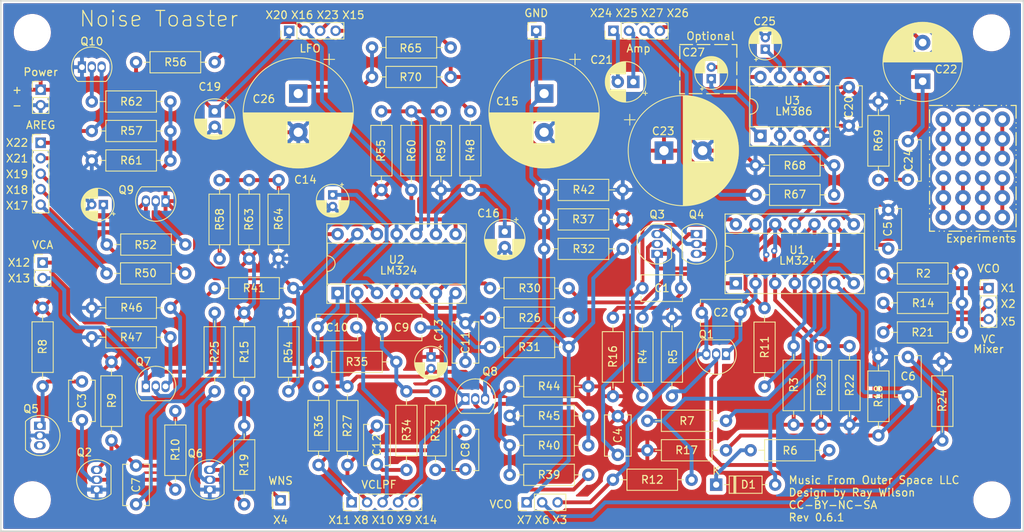
<source format=kicad_pcb>
(kicad_pcb (version 20240108) (generator "pcbnew") (generator_version "8.0")
  (title_block (title "Noise Toaster") (date "2023-10-29") (rev "0.6.1") (company "Music From Outer Space LLC") (comment 1 "Licence: CC-BY-NC-SA") (comment 2 "Original Design by Ray Wilson") (comment 3 "http://musicfromouterspace.com/analogsynth_new/NOISETOASTER/NOISETOASTER.php") (comment 4 "PCB size W-5.20\" * H-2.70\""))
  (layers (0 "F.Cu" signal) (31 "B.Cu" signal) (34 "B.Paste" user) (35 "F.Paste" user) (36 "B.SilkS" user "B.Silkscreen") (37 "F.SilkS" user "F.Silkscreen") (38 "B.Mask" user) (39 "F.Mask" user) (44 "Edge.Cuts" user))
  (net 0 "")
  (net 1 "Net-(Q3-C)")
  (net 2 "Net-(C1-Pad2)")
  (net 3 "/AA")
  (net 4 "/RMP")
  (net 5 "Net-(Q5-E)")
  (net 6 "Net-(Q2-B)")
  (net 7 "/G2")
  (net 8 "B+")
  (net 9 "B-")
  (net 10 "/Front Panel/X6")
  (net 11 "Net-(U1B--)")
  (net 12 "Net-(Q2-C)")
  (net 13 "Net-(C7-Pad2)")
  (net 14 "/Front Panel/X8")
  (net 15 "Net-(C8-Pad2)")
  (net 16 "/Front Panel/X9")
  (net 17 "Net-(U2A--)")
  (net 18 "/Front Panel/X10")
  (net 19 "/FO")
  (net 20 "Net-(U2B--)")
  (net 21 "/Front Panel/X11")
  (net 22 "Net-(C12-Pad2)")
  (net 23 "GND")
  (net 24 "Net-(U2C--)")
  (net 25 "Net-(C18-Pad1)")
  (net 26 "/Front Panel/X20")
  (net 27 "/Audio Amplifier/X25")
  (net 28 "/Audio Amplifier/X24")
  (net 29 "Net-(C22-Pad1)")
  (net 30 "/Audio Amplifier/X26")
  (net 31 "Net-(C24-Pad2)")
  (net 32 "Net-(U3-BYPASS)")
  (net 33 "Net-(C26-Pad1)")
  (net 34 "Net-(C27-Pad1)")
  (net 35 "Net-(C27-Pad2)")
  (net 36 "Net-(D1-K)")
  (net 37 "Net-(D1-A)")
  (net 38 "Net-(Q1-G)")
  (net 39 "Net-(Q3-E)")
  (net 40 "Net-(Q3-B)")
  (net 42 "Net-(Q6-B)")
  (net 43 "/WNS")
  (net 44 "Net-(Q7-G)")
  (net 45 "/Front Panel/X12")
  (net 46 "Net-(Q8-G)")
  (net 47 "Net-(Q9-G)")
  (net 48 "/ARG")
  (net 49 "Net-(Q10-B)")
  (net 50 "/Attack Release Envelope Generator/X22")
  (net 51 "Net-(U1C--)")
  (net 52 "/Front Panel/X1")
  (net 53 "Net-(U1B-+)")
  (net 54 "/Front Panel/X2")
  (net 55 "/Front Panel/X5")
  (net 56 "Net-(U2B-+)")
  (net 57 "Net-(R31-Pad1)")
  (net 58 "/Front Panel/X14")
  (net 59 "Net-(R39-Pad2)")
  (net 60 "/Front Panel/X15")
  (net 61 "/Attack Release Envelope Generator/X17")
  (net 62 "Net-(U2C-+)")
  (net 63 "/Front Panel/B")
  (net 64 "/Attack Release Envelope Generator/X21")
  (net 65 "Net-(U2D-+)")
  (net 66 "/Attack Release Envelope Generator/X19")
  (net 67 "/Front Panel/X23")
  (net 68 "Net-(U3-+)")
  (net 69 "/Audio Amplifier/X27")
  (footprint "Capacitor_THT:C_Disc_D5.1mm_W3.2mm_P5.00mm" (layer "F.Cu") (at 135.286 130.837 -90)
    (property "Reference" "C8")
    (property "Value" "0.1 uF" (hide yes))
  )
  (footprint "Resistor_THT:R_Axial_DIN0207_L6.3mm_D2.5mm_P10.16mm_Horizontal" (layer "F.Cu") (at 88.951 106.782)
    (property "Reference" "R52")
    (property "Value" "10 K" (hide yes))
  )
  (footprint "Connector_PinHeader_2.00mm:PinHeader_1x01_P2.00mm_Vertical" (layer "F.Cu") (at 144.43 79.148)
    (property "Reference" "GND1" (hide yes))
    (property "Value" "GND")
  )
  (footprint "Resistor_THT:R_Axial_DIN0207_L6.3mm_D2.5mm_P10.16mm_Horizontal" (layer "F.Cu") (at 102.901 115.597 -90)
    (property "Reference" "R25")
    (property "Value" "100 K" (hide yes))
  )
  (footprint "Capacitor_THT:CP_Radial_D4.0mm_P1.50mm" (layer "F.Cu") (at 174.021 81.537 90)
    (property "Reference" "C25")
    (property "Value" "10 uF" (hide yes))
  )
  (footprint "Package_DIP:DIP-8_W7.62mm_Socket" (layer "F.Cu") (at 173.386 92.737 90)
    (property "Reference" "U3")
    (property "Value" "LM386")
  )
  (footprint "Resistor_THT:R_Axial_DIN0207_L6.3mm_D2.5mm_P10.16mm_Horizontal" (layer "F.Cu") (at 127.666 135.917 90)
    (property "Reference" "R34")
    (property "Value" "3 M" (hide yes))
  )
  (footprint "Capacitor_THT:CP_Radial_D14.0mm_P5.00mm" (layer "F.Cu") (at 160.928272 94.642)
    (property "Reference" "C23")
    (property "Value" "470 uF" (hide yes))
  )
  (footprint "Package_TO_SOT_THT:TO-92_Inline" (layer "F.Cu") (at 85.756 83.847)
    (property "Reference" "Q10")
    (property "Value" "2N3906" (hide yes))
  )
  (footprint "Resistor_THT:R_Axial_DIN0207_L6.3mm_D2.5mm_P10.16mm_Horizontal" (layer "F.Cu") (at 97.821 128.297 -90)
    (property "Reference" "R10")
    (property "Value" "470 K" (hide yes))
  )
  (footprint "Package_TO_SOT_THT:TO-92_Inline" (layer "F.Cu") (at 96.551 101.167 180)
    (property "Reference" "Q9")
    (property "Value" "2N5457" (hide yes))
  )
  (footprint "Resistor_THT:R_Axial_DIN0207_L6.3mm_D2.5mm_P10.16mm_Horizontal" (layer "F.Cu") (at 112.426 115.597 -90)
    (property "Reference" "R54")
    (property "Value" "4,7 K" (hide yes))
  )
  (footprint "Connector_PinHeader_2.00mm:PinHeader_1x03_P2.00mm_Vertical" (layer "F.Cu") (at 143.192 140.108 90)
    (property "Reference" "J6" (hide yes))
    (property "Value" "VCO")
  )
  (footprint "Connector_PinHeader_2.00mm:PinHeader_1x04_P2.00mm_Vertical" (layer "F.Cu") (at 112.522 79.148 90)
    (property "Reference" "J4" (hide yes))
    (property "Value" "LFO")
  )
  (footprint "Resistor_THT:R_Axial_DIN0207_L6.3mm_D2.5mm_P10.16mm_Horizontal" (layer "F.Cu") (at 196.881 132.107 90)
    (property "Reference" "R24")
    (property "Value" "100 K" (hide yes))
  )
  (footprint "Resistor_THT:R_Axial_DIN0207_L6.3mm_D2.5mm_P10.16mm_Horizontal" (layer "F.Cu") (at 184.8922 119.915 -90)
    (property "Reference" "R22")
    (property "Value" "4.7 K" (hide yes))
  )
  (footprint "Resistor_THT:R_Axial_DIN0207_L6.3mm_D2.5mm_P10.16mm_Horizontal" (layer "F.Cu") (at 173.9194 125.1474 90)
    (property "Reference" "R11")
    (property "Value" "2 K" (hide yes))
  )
  (footprint "" (layer "F.Cu") (at 202.088 103.278 90)
    (property "Reference" "")
    (property "Value" "")
  )
  (footprint "Capacitor_THT:CP_Radial_D4.0mm_P1.50mm" (layer "F.Cu") (at 118.141 100.357 -90)
    (property "Reference" "C14")
    (property "Value" "10 uF" (hide yes))
  )
  (footprint "Resistor_THT:R_Axial_DIN0207_L6.3mm_D2.5mm_P10.16mm_Horizontal" (layer "F.Cu") (at 199.421 118.137 180)
    (property "Reference" "R21")
    (property "Value" "36 K" (hide yes))
  )
  (footprint "Resistor_THT:R_Axial_DIN0207_L6.3mm_D2.5mm_P10.16mm_Horizontal" (layer "F.Cu") (at 80.676 114.962 -90)
    (property "Reference" "R8")
    (property "Value" "1 M" (hide yes))
  )
  (footprint "Resistor_THT:R_Axial_DIN0207_L6.3mm_D2.5mm_P10.16mm_Horizontal" (layer "F.Cu") (at 138.461 120.042)
    (property "Reference" "R31")
    (property "Value" "100 K" (hide yes))
  )
  (footprint "" (layer "F.Cu") (at 204.628 98.198 90)
    (property "Reference" "")
    (property "Value" "")
  )
  (footprint "Capacitor_THT:CP_Radial_D5.0mm_P2.00mm" (layer "F.Cu") (at 102.901 89.562 -90)
    (property "Reference" "C19")
    (property "Value" "1 uF" (hide yes))
  )
  (footprint "MountingHole:MountingHole_4.3mm_M4_DIN965" (layer "F.Cu") (at 203.2818 139.7778)
    (property "Reference" "REF**" (hide yes))
    (property "Value" "MountingHole_4.3mm_M4_DIN965" (hide yes))
  )
  (footprint "" (layer "F.Cu") (at 199.548 98.198 90)
    (property "Reference" "")
    (property "Value" "")
  )
  (footprint "Resistor_THT:R_Axial_DIN0207_L6.3mm_D2.5mm_P10.16mm_Horizontal" (layer "F.Cu") (at 116.196 121.947)
    (property "Reference" "R35")
    (property "Value" "4.7 M" (hide yes))
  )
  (footprint "Capacitor_THT:CP_Radial_D5.0mm_P2.00mm" (layer "F.Cu") (at 156.971 85.752 180)
    (property "Reference" "C21")
    (property "Value" "1 uF" (hide yes))
  )
  (footprint "Resistor_THT:R_Axial_DIN0207_L6.3mm_D2.5mm_P10.16mm_Horizontal" (layer "F.Cu") (at 123.221 85.117)
    (property "Reference" "R70")
    (property "Value" "3 K" (hide yes))
  )
  (footprint "Resistor_THT:R_Axial_DIN0207_L6.3mm_D2.5mm_P10.16mm_Horizontal" (layer "F.Cu") (at 155.606 103.532 180)
    (property "Reference" "R37")
    (property "Value" "4.7 k" (hide yes))
  )
  (footprint "Resistor_THT:R_Axial_DIN0207_L6.3mm_D2.5mm_P10.16mm_Horizontal" (layer "F.Cu") (at 154.336 137.187)
    (property "Reference" "R12")
    (property "Value" "10 K" (hide yes))
  )
  (footprint "" (layer "F.Cu") (at 202.088 95.658 90)
    (property "Reference" "")
    (property "Value" "")
  )
  (footprint "Capacitor_THT:CP_Radial_D14.0mm_P5.00mm" (layer "F.Cu") (at 113.696 87.264272 -90)
    (property "Reference" "C26")
    (property "Value" "470 uF" (hide yes))
  )
  (footprint "Capacitor_THT:C_Disc_D5.1mm_W3.2mm_P5.00mm" (layer "F.Cu") (at 189.896 107.302 90)
    (property "Reference" "C5")
    (property "Value" "0.1 uF" (hide yes))
  )
  (footprint "Package_DIP:DIP-14_W7.62mm_Socket" (layer "F.Cu") (at 170.211 111.787 90)
    (property "Reference" "U1")
    (property "Value" "LM324")
  )
  (footprint "Resistor_THT:R_Axial_DIN0207_L6.3mm_D2.5mm_P10.16mm_Horizontal" (layer "F.Cu") (at 106.711 130.202 -90)
    (property "Reference" "R19")
    (property "Value" "470 K" (hide yes))
  )
  (footprint "Capacitor_THT:C_Disc_D5.1mm_W3.2mm_P5.00mm" (layer "F.Cu") (at 85.756 124.487 -90)
    (property "Reference" "C3")
    (property "Value" "0.1 uF" (hide yes))
  )
  (footprint "Package_TO_SOT_THT:TO-92_Inline" (layer "F.Cu") (at 135.286 126.752)
    (property "Reference" "Q8")
    (property "Value" "2N5457" (hide yes))
  )
  (footprint "Resistor_THT:R_Axial_DIN0207_L6.3mm_D2.5mm_P10.16mm_Horizontal" (layer "F.Cu") (at 148.621 116.232 180)
    (property "Reference" "R26")
    (property "Value" "10 K" (hide yes))
  )
  (footprint "Capacitor_THT:C_Disc_D5.1mm_W3.2mm_P5.00mm" (layer "F.Cu") (at 163.146 112.422 180)
    (property "Reference" "C1")
    (property "Value" "100 pF" (hide yes))
  )
  (footprint "Connector_PinHeader_2.00mm:PinHeader_1x02_P2.00mm_Vertical" (layer "F.Cu") (at 80.676 109.12)
    (property "Reference" "J8" (hide yes))
    (property "Value" "VCA")
  )
  (footprint "Resistor_THT:R_Axial_DIN0207_L6.3mm_D2.5mm_P10.16mm_Horizontal" (layer "F.Cu") (at 199.421 114.327 180)
    (property "Reference" "R14")
    (property "Value" "100 K" (hide yes))
  )
  (footprint "" (layer "F.Cu") (at 204.628 95.658 90)
    (property "Reference" "")
    (property "Value" "")
  )
  (footprint "" (layer "F.Cu") (at 204.628 103.278 90)
    (property "Reference" "")
    (property "Value" "")
  )
  (footprint "Resistor_THT:R_Axial_DIN0207_L6.3mm_D2.5mm_P10.16mm_Horizontal" (layer "F.Cu") (at 97.186 118.772 180)
    (property "Reference" "R47")
    (property "Value" "100 K" (hide yes))
  )
  (footprint "Resistor_THT:R_Axial_DIN0207_L6.3mm_D2.5mm_P10.16mm_Horizontal" (layer "F.Cu") (at 188.626 98.452 90)
    (property "Reference" "R69")
    (property "Value" "10 Ohm" (hide yes))
  )
  (footprint "Resistor_THT:R_Axial_DIN0207_L6.3mm_D2.5mm_P10.16mm_Horizontal" (layer "F.Cu") (at 132.111 89.562 -90)
    (property "Reference" "R59")
    (property "Value" "100 K" (hide yes))
  )
  (footprint "Resistor_THT:R_Axial_DIN0207_L6.3mm_D2.5mm_P10.16mm_Horizontal" (layer "F.Cu") (at 182.911 96.547 180)
    (property "Reference" "R68")
    (property "Value" "20 K" (hide yes))
  )
  (footprint "Resistor_THT:R_Axial_DIN0207_L6.3mm_D2.5mm_P10.16mm_Horizontal" (layer "F.Cu") (at 97.186 92.102 180)
    (property "Reference" "R57")
    (property "Value" "200 Ohm" (hide yes))
  )
  (footprint "Resistor_THT:R_Axial_DIN0207_L6.3mm_D2.5mm_P10.16mm_Horizontal" (layer "F.Cu") (at 89.566 121.947 -90)
    (property "Reference" "R9")
    (property "Value" "10 K" (hide yes))
  )
  (footprint "Resistor_THT:R_Axial_DIN0207_L6.3mm_D2.5mm_P10.16mm_Horizontal" (layer "F.Cu") (at 97.186 88.292 180)
    (property "Reference" "R62")
    (property "Value" "10 K" (hide yes))
  )
  (footprint "Package_TO_SOT_THT:TO-92_Inline" (layer "F.Cu") (at 80.316 130.202 -90)
    (property "Reference" "Q5")
    (property "Value" "2N3904" (hide yes))
  )
  (footprint "Resistor_THT:R_Axial_DIN0207_L6.3mm_D2.5mm_P10.16mm_Horizontal" (layer "F.Cu") (at 168.941 133.377 180)
    (property "Reference" "R17")
    (property "Value" "10 K" (hide yes))
  )
  (footprint "Resistor_THT:R_Axial_DIN0207_L6.3mm_D2.5mm_P10.16mm_Horizontal" (layer "F.Cu") (at 103.536 98.452 -90)
    (property "Reference" "R58")
    (property "Value" "100 K" (hide yes))
  )
  (footprint "Capacitor_THT:CP_Radial_D5.0mm_P2.00mm" (layer "F.Cu") (at 140.366 105.116888 -90)
    (property "Reference" "C16")
    (property "Value" "1 uF" (hide yes))
  )
  (footprint "Capacitor_THT:C_Disc_D5.1mm_W3.2mm_P5.00mm" (layer "F.Cu") (at 192.436 93.412 -90)
    (property "Reference" "C24")
    (property "Value" "0.047 uF" (hide yes))
  )
  (footprint "" (layer "F.Cu") (at 199.548 100.738 90)
    (property "Reference" "")
    (property "Value" "")
  )
  (footprint "Resistor_THT:R_Axial_DIN0207_L6.3mm_D2.5mm_P10.16mm_Horizontal" (layer "F.Cu") (at 145.446 107.342)
    (property "Reference" "R32")
    (property "Value" "10 K" (hide yes))
  )
  (footprint "Connector_PinHeader_2.00mm:PinHeader_1x05_P2.00mm_Vertical" (layer "F.Cu") (at 80.422 93.626)
    (property "Reference" "J3" (hide yes))
    (property "Value" "AREG")
  )
  (footprint "" (layer "F.Cu") (at 199.548 103.278 90)
    (property "Reference" "")
    (property "Value" "")
  )
  (footprint "Package_TO_SOT_THT:TO-92_Inline" (layer "F.Cu") (at 168.941 120.952 180)
    (property "Reference" "Q1")
    (property "Value" "2N5457" (hide yes))
  )
  (footprint "Resistor_THT:R_Axial_DIN0207_L6.3mm_D2.5mm_P10.16mm_Horizontal" (layer "F.Cu") (at 177.6786 119.915 -90)
    (property "Reference" "R3")
    (property "Value" "270 K" (hide yes))
  )
  (footprint "Capacitor_THT:CP_Radial_D10.0mm_P5.00mm" (layer "F.Cu") (at 194.341 85.672 90)
    (property "Reference" "C22")
    (property "Value" "220 uF" (hide yes))
  )
  (footprint "Resistor_THT:R_Axial_DIN0207_L6.3mm_D2.5mm_P10.16mm_Horizontal" (layer "F.Cu") (at 145.446 99.722)
    (property "Reference" "R42")
    (property "Value" "4.7 k" (hide yes))
  )
  (footprint "Capacitor_THT:CP_Radial_D4.0mm_P1.50mm" (layer "F.Cu") (at 130.841 121.312 -90)
    (property "Reference" "C13")
    (property "Value" "10 uF" (hide yes))
  )
  (footprint "" (layer "F.Cu") (at 197.008 90.578 90)
    (property "Reference" "")
    (property "Value" "")
  )
  (footprint "Package_DIP:DIP-14_W7.62mm_Socket" (layer "F.Cu") (at 118.776 113.057 90)
    (property "Reference" "U2")
    (property "Value" "LM324")
  )
  (footprint "Connector_PinHeader_2.00mm:PinHeader_1x04_P2.00mm_Vertical" (layer "F.Cu") (at 154.4 79.148 90)
    (property "Reference" "J9" (hide yes))
    (property "Value" "Amp")
  )
  (footprint "Resistor_THT:R_Axial_DIN0207_L6.3mm_D2.5mm_P10.16mm_Horizontal" (layer "F.Cu") (at 148.621 112.422 180)
    (property "Reference" "R30")
    (property "Value" "2 M" (hide yes))
  )
  (footprint "Capacitor_THT:C_Disc_D5.1mm_W3.2mm_P5.00mm" (layer "F.Cu") (at 135.286 116.947 -90)
    (property "Reference" "C11")
    (property "Value" "0.1 uF" (hide yes))
  )
  (footprint "" (layer "F.Cu") (at 204.628 90.578 90)
    (property "Reference" "")
    (property "Value" "")
  )
  (footprint "Capacitor_THT:CP_Radial_D14.0mm_P5.00mm" (layer "F.Cu") (at 145.446 87.264272 -90)
    (property "Reference" "C15")
    (property "Value" "470 uF" (hide yes))
  )
  (footprint "Capacitor_THT:C_Disc_D5.1mm_W3.2mm_P5.00mm" (layer "F.Cu") (at 123.856 130.202 -90)
    (property "Reference" "C12")
    (property "Value" "0.1 uF" (hide yes))
  )
  (footprint "Resistor_THT:R_Axial_DIN0207_L6.3mm_D2.5mm_P10.16mm_Horizontal" (layer "F.Cu") (at 158.781 129.567)
    (property "Reference" "R7")
    (property "Value" "300 K" (hide yes))
  )
  (footprint "Diode_THT:D_DO-35_SOD27_P7.62mm_Horizontal" (layer "F.Cu") (at 167.671 137.822)
    (property "Reference" "D1")
    (property "Value" "D" (hide yes))
  )
  (footprint "MountingHole:MountingHole_4.3mm_M4_DIN965" (layer "F.Cu") (at 79.351 139.767)
    (property "Reference" "REF**" (hide yes))
    (property "Value" "MountingHole_4.3mm_M4_DIN965" (hide yes))
  )
  (footprint "Resistor_THT:R_Axial_DIN0207_L6.3mm_D2.5mm_P10.16mm_Horizontal" (layer "F.Cu") (at 161.956 126.392 90)
    (property "Reference" "R5")
    (property "Value" "2 M" (hide yes))
  )
  (footprint "" (layer "F.Cu") (at 202.088 98.198 90)
    (property "Reference" "")
    (property "Value" "")
  )
  (footprint "Resistor_THT:R_Axial_DIN0207_L6.3mm_D2.5mm_P10.16mm_Horizontal" (layer "F.Cu") (at 188.626 131.472 90)
    (property "Reference" "R18")
    (property "Value" "15 K" (hide yes))
  )
  (footprint "" (layer "F.Cu") (at 204.628 93.118 90)
    (property "Reference" "")
    (property "Value" "")
  )
  (footprint "Resistor_THT:R_Axial_DIN0207_L6.3mm_D2.5mm_P10.16mm_Horizontal" (layer "F.Cu") (at 141.001 132.742)
    (property "Reference" "R40")
    (property "Value" "39 K" (hide yes))
  )
  (footprint "Resistor_THT:R_Axial_DIN0207_L6.3mm_D2.5mm_P10.16mm_Horizontal" (layer "F.Cu") (at 124.431 99.722 90)
    (property "Reference" "R55")
    (property "Value" "100 K" (hide yes))
  )
  (footprint "Package_TO_SOT_THT:TO-92_Inline" (layer "F.Cu") (at 94.011 125.122)
    (property "Reference" "Q7")
    (property "Value" "2N5457" (hide yes))
  )
  (footprint "Connector_PinHeader_2.00mm:PinHeader_1x05_P2.00mm_Vertical" (layer "F.Cu") (at 120.586 140.108 90)
    (property "Reference" "J7" (hide yes))
    (property "Value" "VCLPF")
  )
  (footprint "Resistor_THT:R_Axial_DIN0207_L6.3mm_D2.5mm_P10.16mm_Horizontal" (layer "F.Cu") (at 111.156 108.612 90)
    (property "Reference" "R64")
    (property "Value" "150 K" (hide yes))
  )
  (footprint "Resistor_THT:R_Axial_DIN0207_L6.3mm_D2.5mm_P10.16mm_Horizontal" (layer "F.Cu") (at 107.346 108.612 90)
    (property "Reference" "R63")
    (property "Value" "150 K" (hide yes))
  )
  (footprint "" (layer "F.Cu") (at 199.548 93.118 90)
    (property "Reference" "")
    (property "Value" "")
  )
  (footprint "Resistor_THT:R_Axial_DIN0207_L6.3mm_D2.5mm_P10.16mm_Horizontal" (layer "F.Cu") (at 135.921 99.722 90)
    (property "Reference" "R48")
    (property "Value" "3 K" (hide yes))
  )
  (footprint "Resistor_THT:R_Axial_DIN0207_L6.3mm_D2.5mm_P10.16mm_Horizontal" (layer "F.Cu") (at 87.026 95.912)
    (property "Reference" "R61")
    (property "Value" "10 K" (hide yes))
  )
  (footprint "Connector_PinHeader_2.00mm:PinHeader_1x01_P2.00mm_Vertical" (layer "F.Cu") (at 111.41 139.854 -90)
    (property "Reference" "X4")
    (property "Value" "WNS")
  )
  (footprint "" (layer "F.Cu") (at 197.008 100.738 90)
    (property "Reference" "")
    (property "Value" "")
  )
  (footprint "" (layer "F.Cu") (at 197.008 103.278 90)
    (property "Reference" "")
    (property "Value" "")
  )
  (footprint "" (layer "F.Cu") (at 199.548 95.658 90)
    (property "Reference" "")
    (property "Value" "")
  )
  (footprint "Resistor_THT:R_Axial_DIN0207_L6.3mm_D2.5mm_P10.16mm_Horizontal" (layer "F.Cu") (at 141.001 128.932)
    (property "Reference" "R45")
    (property "Value" "100 K" (hide yes))
  )
  (footprint "" (layer "F.Cu") (at 197.008 93.118 90)
    (property "Reference" "")
    (property "Value" "")
  )
  (footprint "Capacitor_THT:C_Disc_D5.1mm_W3.2mm_P5.00mm" (layer "F.Cu") (at 121.196 117.502 180)
    (property "Reference" "C10")
    (property "Value" "0.001 uF" (hide yes))
  )
  (footprint "Capacitor_THT:CP_Radial_D4.0mm_P1.50mm" (layer "F.Cu") (at 167.036 85.347 90)
    (property "Reference" "C27")
    (property "Value" "10 uF" (hide yes))
  )
  (footprint "Capacitor_THT:C_Disc_D5.1mm_W3.2mm_P5.00mm" (layer "F.Cu") (at 92.741 135.362 -90)
    (property "Reference" "C7")
    (property "Value" "0.1 uF" (hide yes))
  )
  (footprint "Package_TO_SOT_THT:TO-92_Inline" (layer "F.Cu") (at 87.661 138.457 90)
    (property "Reference" "Q2")
    (property "Value" "2N3904" (hide yes))
  )
  (footprint "Capacitor_THT:C_Disc_D5.1mm_W3.2mm_P5.00mm" (layer "F.Cu") (at 154.971 133.972 90)
    (property "Reference" "C4")
    (property "Value" "0.1 uF" (hide yes))
  )
  (footprint "Resistor_THT:R_Axial_DIN0207_L6.3mm_D2.5mm_P10.16mm_Horizontal" (layer "F.Cu") (at 128.301 89.562 -90)
    (property "Reference" "R60")
    (property "Value" "100 K" (hide yes))
  )
  (footprint "MountingHole:MountingHole_4.3mm_M4_DIN965" (layer "F.Cu") (at 203.231 79.402)
    (property "Reference" "REF**" (hide yes))
    (property "Value" "MountingHole_4.3mm_M4_DIN965" (hide yes))
  )
  (footprint "" (layer "F.Cu") (at 197.008 98.198 90)
    (property "Reference" "")
    (property "Value" "")
  )
  (footprint "Capacitor_THT:CP_Radial_D4.0mm_P1.50mm" (layer "F.Cu") (at 88.526 101.627 180)
    (property "Reference" "C18" (hide yes))
    (property "Value" "4.7 uF" (hide yes))
  )
  (footprint "Resistor_THT:R_Axial_DIN0207_L6.3mm_D2.5mm_P10.16mm_Horizontal" (layer "F.Cu") (at 99.091 110.517 180)
    (property "Reference" "R50")
    (property "Value" "820 Ohm" (hide yes))
  )
  (footprint "Connector_PinHeader_2.00mm:PinHeader_1x03_P2.00mm_Vertical" (layer "F.Cu") (at 202.85 112.422)
    (property "Reference" "J5" (hide yes))
    (property "Value" "VCO")
  )
  (footprint "" (layer "F.Cu") (at 199.548 90.578 90)
    (property "Reference" "")
    (property "Value" "")
  )
  (footprint "Resistor_THT:R_Axial_DIN0207_L6.3mm_D2.5mm_P10.16mm_Horizontal" (layer "F.Cu") (at 199.421 110.517 180)
    (property "Reference" "R2")
    (property "Value" "75 K" (hide yes))
  )
  (footprint "Package_TO_SOT_THT:TO-92_Inline" (layer "F.Cu") (at 165.131 105.437 -90)
    (property "Reference" "Q4")
    (property "Value" "2N3904" (hide yes))
  )
  (footprint "Connector_PinHeader_2.00mm:PinHeader_1x02_P2.00mm_Vertical" (layer "F.Cu") (at 80.422 86.768)
    (property "Reference" "J2" (hide yes))
    (property "Value" "Power")
  )
  (footprint "Capacitor_THT:C_Disc_D5.1mm_W3.2mm_P5.00mm" (layer "F.Cu") (at 184.816 91.427 90)
    (property "Reference" "C20")
    (property "Value" "0.1 uF" (hide yes))
  )
  (footprint "Resistor_THT:R_Axial_DIN0207_L6.3mm_D2.5mm_P10.16mm_Horizontal" (layer "F.Cu") (at 120.046 135.282 90)
    (property "Reference" "R27")
    (property "Value" "47 K" (hide yes))
  )
  (footprint "Capacitor_THT:C_Disc_D5.1mm_W3.2mm_P5.00mm" (layer "F.Cu") (at 129.491 117.502 180)
    (property "Reference" "C9")
    (property "Value" "0.001 uF" (hide yes))
  )
  (footprint "Resistor_THT:R_Axial_DIN0207_L6.3mm_D2.5mm_P10.16mm_Horizontal" (layer "F.Cu") (at 116.316 125.122 -90)
    (property "Reference" "R36")
    (property "Value" "47 K" (hide yes))
  )
  (footprint "Resistor_THT:R_Axial_DIN0207_L6.3mm_D2.5mm_P10.16mm_Horizontal" (layer "F.Cu") (at 123.221 81.307)
    (property "Reference" "R65")
    (property "Value" "3 K" (hide yes))
  )
  (footprint "Package_TO_SOT_THT:TO-92_Inline" (layer "F.Cu") (at 102.266 138.457 90)
    (property "Reference" "Q6")
    (property "Value" "2N3904" (hide yes))
  )
  (footprint "" (layer "F.Cu") (at 202.088 93.118 90)
    (property "Reference" "")
    (property "Value" "")
  )
  (footprint "Capacitor_THT:C_Disc_D5.1mm_W3.2mm_P5.00mm" (layer "F.Cu") (at 192.436 121.312 -90)
    (property "Reference" "C6")
    (property "Value" "0.01 uF" (hide yes))
  )
  (footprint "Resistor_THT:R_Axial_DIN0207_L6.3mm_D2.5mm_P10.16mm_Horizontal" (layer "F.Cu") (at 182.911 100.357 180)
    (property "Reference" "R67")
    (property "Value" "100 K" (hide yes))
  )
  (footprint "Resistor_THT:R_Axial_DIN0207_L6.3mm_D2.5mm_P10.16mm_Horizontal" (layer "F.Cu") (at 102.901 83.212 180)
    (property "Reference" "R56")
    (property "Value" "20 K" (hide yes))
  )
  (footprint "Resistor_THT:R_Axial_DIN0207_L6.3mm_D2.5mm_P10.16mm_Horizontal" (layer "F.Cu") (at 181.2346 119.915 -90)
    (property "Reference" "R23")
    (property "Value" "4.7 K" (hide yes))
  )
  (footprint "Resistor_THT:R_Axial_DIN0207_L6.3mm_D2.5mm_P10.16mm_Horizontal" (layer "F.Cu") (at 141.001 125.122)
    (property "Reference" "R44")
    (property "Value" "100 K" (hide yes))
  )
  (footprint "Resistor_THT:R_Axial_DIN0207_L6.3mm_D2.5mm_P10.16mm_Horizontal" (layer "F.Cu") (at 151.161 136.552 180)
    (property "Reference" "R39")
    (property "Value" "39 K" (hide yes))
  )
  (footprint "Package_TO_SOT_THT:TO-92_Inline" (layer "F.Cu") (at 160.051 107.977 90)
    (property "Reference" "Q3")
    (property "Value" "2N3904" (hide yes))
  )
  (footprint "" (layer "F.Cu") (at 197.008 95.658 90)
    (property "Reference" "")
    (property "Value" "")
  )
  (footprint "Resistor_THT:R_Axial_DIN0207_L6.3mm_D2.5mm_P10.16mm_Horizontal" (layer "F.Cu") (at 158.146 116.232 -90)
    (property "Reference" "R4")
    (property "Value" "10 K" (hide yes))
  )
  (footprint "Capacitor_THT:C_Disc_D5.1mm_W3.2mm_P5.00mm" (layer "F.Cu") (at 170.806 115.597 180)
    (property "Reference" "C2")
    (property "Value" "0.001 uF" (hide yes))
  )
  (footprint "" (layer "F.Cu") (at 202.088 90.578 90)
    (property "Reference" "")
    (property "Value" "")
  )
  (footprint "Resistor_THT:R_Axial_DIN0207_L6.3mm_D2.5mm_P10.16mm_Horizontal" (layer "F.Cu") (at 182.276 133.377 180)
    (property "Reference" "R6")
    (property "Value" "10 K" (hide yes))
  )
  (footprint "Resistor_THT:R_Axial_DIN0207_L6.3mm_D2.5mm_P10.16mm_Horizontal" (layer "F.Cu") (at 154.336 116.232 -90)
    (property "Reference" "R16")
    (property "Value" "2 M" (hide yes))
  )
  (footprint "MountingHole:MountingHole_4.3mm_M4_DIN965" (layer "F.Cu") (at 79.351 79.367)
    (property "Reference" "REF**" (hide yes))
    (property "Value" "MountingHole_4.3mm_M4_DIN965" (hide yes))
  )
  (footprint "" (layer "F.Cu") (at 204.628 100.738 90)
    (property "Reference" "")
    (property "Value" "")
  )
  (footprint "Resistor_THT:R_Axial_DIN0207_L6.3mm_D2.5mm_P10.16mm_Horizontal" (layer "F.Cu") (at 113.061 112.422 180)
    (property "Reference" "R41")
    (property "Value" "470 K" (hide yes))
  )
  (footprint "Resistor_THT:R_Axial_DIN0207_L6.3mm_D2.5mm_P10.16mm_Horizontal" (layer "F.Cu") (at 131.421 135.917 90)
    (property "Reference" "R33")
    (property "Value" "4.7 M" (hide yes))
  )
  (footprint "" (layer "F.Cu") (at 202.088 100.738 90)
    (property "Reference" "")
    (property "Value" "")
  )
  (footprint "Resistor_THT:R_Axial_DIN0207_L6.3mm_D2.5mm_P10.16mm_Horizontal" (layer "F.Cu") (at 97.186 114.962 180)
    (property "Reference" "R46")
    (property "Value" "1 M" (hide yes))
  )
  (footprint "Resistor_THT:R_Axial_DIN0207_L6.3mm_D2.5mm_P10.16mm_Horizontal" (layer "F.Cu") (at 106.711 115.597 -90)
    (property "Reference" "R15")
    (property "Value" "10 K" (hide yes))
  )
  (gr_rect (start 162.972 80.926) (end 170.338 87.276) (stroke (width 0.15) (type dash)) (fill none) (layer "F.SilkS"))
  (gr_rect (start 195.23 88.8) (end 206.406 105.056) (stroke (width 0.15) (type dash_dot_dot)) (fill none) (layer "F.SilkS"))
  (gr_rect (start 75.271 75.267) (end 207.351 143.847) (stroke (width 0.2)) (fill none) (layer "Edge.Cuts"))
  (gr_text "" (at 202.088 100.738 0) (layer "F.SilkS") (effects (font (size 1.27 1.27))))
  (gr_text "" (at 204.628 100.738 0) (layer "F.SilkS") (effects (font (size 1.27 1.27))))
  (gr_text "" (at 204.628 100.738 0) (layer "F.SilkS") (effects (font (size 1.27 1.27))))
  (gr_text "" (at 199.548 100.738 0) (layer "F.SilkS") (effects (font (size 1.27 1.27))))
  (gr_text "Music From Outer Space LLC\nDesign by Ray Wilson\nCC-BY-NC-SA\nRev 0.6.1" (at 176.942 142.648 0) (layer "F.SilkS") (effects (font (size 1 1)) (justify left bottom)))
  (gr_text "" (at 197.008 100.738 0) (layer "F.SilkS") (effects (font (size 1.27 1.27))))
  (gr_text "Experiments" (at 197.262 106.58 0) (layer "F.SilkS") (effects (font (size 1 1)) (justify left bottom)))
  (gr_text "Noise Toaster" (at 85.301 78.767 0) (layer "F.SilkS") (effects (font (size 2 2)) (justify left bottom)))
  (gr_text "" (at 202.088 100.738 0) (layer "F.SilkS") (effects (font (size 1.27 1.27))))
  (gr_text "Optional" (at 163.734 80.418 0) (layer "F.SilkS") (effects (font (size 1 1)) (justify left bottom)))
  (gr_text "" (at 199.548 100.738 0) (layer "F.SilkS") (effects (font (size 1.27 1.27))))
  (gr_text "" (at 197.008 100.738 0) (layer "F.SilkS") (effects (font (size 1.27 1.27))))
  (segment (start 202.088 98.198) (end 202.088 100.738) (width 0.5) (layer "F.Cu") (net 0))
  (segment (start 204.628 93.118) (end 204.628 95.658) (width 0.5) (layer "F.Cu") (net 0))
  (segment (start 199.548 90.578) (end 199.548 93.118) (width 0.5) (layer "F.Cu") (net 0))
  (segment (start 197.008 100.738) (end 197.008 103.278) (width 0.5) (layer "F.Cu") (net 0))
  (segment (start 204.628 100.738) (end 204.628 103.278) (width 0.5) (layer "F.Cu") (net 0))
  (segment (start 199.548 93.118) (end 199.548 95.658) (width 0.5) (layer "F.Cu") (net 0))
  (segment (start 197.008 90.578) (end 197.008 93.118) (width 0.5) (layer "F.Cu") (net 0))
  (segment (start 204.628 90.578) (end 204.628 93.118) (width 0.5) (layer "F.Cu") (net 0))
  (segment (start 204.628 98.198) (end 204.628 100.738) (width 0.5) (layer "F.Cu") (net 0))
  (segment (start 197.008 98.198) (end 197.008 100.738) (width 0.5) (layer "F.Cu") (net 0))
  (segment (start 199.548 98.198) (end 199.548 100.738) (width 0.5) (layer "F.Cu") (net 0))
  (segment (start 202.088 93.118) (end 202.088 95.658) (width 0.5) (layer "F.Cu") (net 0))
  (segment (start 199.548 100.738) (end 199.548 103.278) (width 0.5) (layer "F.Cu") (net 0))
  (segment (start 197.008 93.118) (end 197.008 95.658) (width 0.5) (layer "F.Cu") (net 0))
  (segment (start 202.088 90.578) (end 202.088 93.118) (width 0.5) (layer "F.Cu") (net 0))
  (segment (start 202.088 100.738) (end 202.088 103.278) (width 0.5) (layer "F.Cu") (net 0))
  (segment (start 163.146 113.137) (end 161.321 114.962) (width 0.5) (layer "F.Cu") (net 1))
  (segment (start 161.321 114.962) (end 154.971 114.962) (width 0.5) (layer "F.Cu") (net 1))
  (segment (start 167.586 105.417) (end 166.401 104.232) (width 0.5) (layer "F.Cu") (net 1))
  (segment (start 154.971 114.962) (end 154.336 115.597) (width 0.5) (layer "F.Cu") (net 1))
  (segment (start 172.751 104.167) (end 171.501 105.417) (width 0.5) (layer "F.Cu") (net 1))
  (segment (start 171.501 105.417) (end 167.586 105.417) (width 0.5) (layer "F.Cu") (net 1))
  (segment (start 166.401 104.232) (end 161.256 104.232) (width 0.5) (layer "F.Cu") (net 1))
  (segment (start 161.256 104.232) (end 160.051 105.437) (width 0.5) (layer "F.Cu") (net 1))
  (segment (start 160.051 105.437) (end 160.797325 105.437) (width 0.5) (layer "B.Cu") (net 1))
  (segment (start 163.146 107.785675) (end 163.146 112.422) (width 0.5) (layer "B.Cu") (net 1))
  (segment (start 160.797325 105.437) (end 163.146 107.785675) (width 0.5) (layer "B.Cu") (net 1))
  (segment (start 170.211 104.167) (end 169.576 103.532) (width 0.5) (layer "F.Cu") (net 2))
  (segment (start 158.146 104.802) (end 158.146 112.422) (width 0.5) (layer "F.Cu") (net 2))
  (segment (start 159.416 103.532) (end 158.146 104.802) (width 0.5) (layer "F.Cu") (net 2))
  (segment (start 169.576 103.532) (end 159.416 103.532) (width 0.5) (layer "F.Cu") (net 2))
  (segment (start 156.896 124.507) (end 158.146 125.757) (width 0.5) (layer "B.Cu") (net 2))
  (segment (start 156.896 113.672) (end 156.896 124.507) (width 0.5) (layer "B.Cu") (net 2))
  (segment (start 158.146 112.422) (end 156.896 113.672) (width 0.5) (layer "B.Cu") (net 2))
  (segment (start 170.211 107.977) (end 172.751 110.517) (width 0.5) (layer "F.Cu") (net 3))
  (segment (start 165.131 107.977) (end 170.211 107.977) (width 0.5) (layer "F.Cu") (net 3))
  (segment (start 172.751 110.517) (end 172.751 111.787) (width 0.5) (layer "F.Cu") (net 3))
  (segment (start 172.751 111.787) (end 172.751 113.652) (width 0.5) (layer "B.Cu") (net 3))
  (segment (start 170.806 119.087) (end 168.941 120.952) (width 0.5) (layer "B.Cu") (net 3))
  (segment (start 172.751 113.652) (end 170.806 115.597) (width 0.5) (layer "B.Cu") (net 3))
  (segment (start 170.806 115.597) (end 170.806 119.087) (width 0.5) (layer "B.Cu") (net 3))
  (segment (start 161.764 110.582) (end 158.084 114.262) (width 0.5) (layer "F.Cu") (net 4))
  (segment (start 150.526 114.327) (end 150.526 114.347) (width 0.5) (layer "F.Cu") (net 4))
  (segment (start 158.084 114.262) (end 150.591 114.262) (width 0.5) (layer "F.Cu") (net 4))
  (segment (start 150.526 114.347) (end 150.506 114.347) (width 0.5) (layer "F.Cu") (net 4))
  (segment (start 167.101 110.582) (end 161.764 110.582) (width 0.5) (layer "F.Cu") (net 4))
  (segment (start 150.591 114.262) (end 150.506 114.347) (width 0.5) (layer "F.Cu") (net 4))
  (segment (start 168.306 111.787) (end 167.101 110.582) (width 0.5) (layer "F.Cu") (net 4))
  (segment (start 168.306 111.787) (end 165.806 114.287) (width 0.5) (layer "F.Cu") (net 4))
  (segment (start 170.211 111.787) (end 168.306 111.787) (width 0.5) (layer "F.Cu") (net 4))
  (segment (start 147.192 140.108) (end 151.415 140.108) (width 0.5) (layer "F.Cu") (net 4))
  (segment (start 151.415 140.108) (end 154.336 137.187) (width 0.5) (layer "F.Cu") (net 4))
  (segment (start 150.506 114.347) (end 148.621 116.232) (width 0.5) (layer "F.Cu") (net 4))
  (segment (start 148.621 112.422) (end 150.526 114.327) (width 0.5) (layer "F.Cu") (net 4))
  (segment (start 165.806 114.287) (end 165.806 115.597) (width 0.5) (layer "F.Cu") (net 4))
  (segment (start 166.401 120.952) (end 166.401 116.192) (width 0.5) (layer "B.Cu") (net 4))
  (segment (start 166.401 116.192) (end 165.806 115.597) (width 0.5) (layer "B.Cu") (net 4))
  (segment (start 165.491 120.952) (end 156.221 130.222) (width 0.5) (layer "B.Cu") (net 4))
  (segment (start 166.401 120.952) (end 165.491 120.952) (width 0.5) (layer "B.Cu") (net 4))
  (segment (start 156.221 135.302) (end 154.336 137.187) (width 0.5) (layer "B.Cu") (net 4))
  (segment (start 156.221 130.222) (end 156.221 135.302) (width 0.5) (layer "B.Cu") (net 4))
  (segment (start 81.311 124.487) (end 80.676 125.122) (width 0.5) (layer "F.Cu") (net 5))
  (segment (start 85.756 124.487) (end 81.311 124.487) (width 0.5) (layer "F.Cu") (net 5))
  (segment (start 80.676 125.122) (end 80.676 129.842) (width 0.5) (layer "B.Cu") (net 5))
  (segment (start 80.676 129.842) (end 80.316 130.202) (width 0.5) (layer "B.Cu") (net 5))
  (segment (start 97.821 138.457) (end 96.551 137.187) (width 0.5) (layer "F.Cu") (net 6))
  (segment (start 96.551 137.187) (end 87.661 137.187) (width 0.5) (layer "F.Cu") (net 6))
  (segment (start 86.914675 137.187) (end 87.661 137.187) (width 0.5) (layer "B.Cu") (net 6))
  (segment (start 85.756 129.487) (end 85.756 136.028325) (width 0.5) (layer "B.Cu") (net 6))
  (segment (start 85.756 136.028325) (end 86.914675 137.187) (width 0.5) (layer "B.Cu") (net 6))
  (segment (start 177.196 106.072) (end 178.466 106.072) (width 0.5) (layer "F.Cu") (net 7))
  (segment (start 184.8922 119.915) (end 181.2346 119.915) (width 0.5) (layer "F.Cu") (net 7))
  (segment (start 175.164 111.66) (end 175.291 111.787) (width 0.5) (layer "F.Cu") (net 7))
  (segment (start 175.291 104.167) (end 177.196 106.072) (width 0.5) (layer "F.Cu") (net 7))
  (segment (start 172.751 106.707) (end 165.131 106.707) (width 0.5) (layer "F.Cu") (net 7))
  (segment (start 180.371 105.691) (end 181.514 106.834) (width 0.5) (layer "F.Cu") (net 7))
  (segment (start 175.164 107.596) (end 175.164 111.66) (width 0.5) (layer "F.Cu") (net 7))
  (segment (start 189.428 106.834) (end 189.896 107.302) (width 0.5) (layer "F.Cu") (net 7))
  (segment (start 180.371 104.167) (end 180.371 105.691) (width 0.5) (layer "F.Cu") (net 7))
  (segment (start 181.514 106.834) (end 189.428 106.834) (width 0.5) (layer "F.Cu") (net 7))
  (segment (start 178.466 106.072) (end 180.371 104.167) (width 0.5) (layer "F.Cu") (net 7))
  (segment (start 175.291 104.167) (end 172.751 106.707) (width 0.5) (layer "F.Cu") (net 7))
  (segment (start 175.291 113.9714) (end 181.2346 119.915) (width 0.5) (layer "F.Cu") (net 7))
  (segment (start 175.291 111.787) (end 175.291 113.9714) (width 0.5) (layer "F.Cu") (net 7))
  (via (at 175.164 107.596) (size 0.8) (drill 0.4) (layers "F.Cu" "B.Cu") (net 7))
  (segment (start 175.291 104.167) (end 175.291 107.469) (width 0.5) (layer "B.Cu") (net 7))
  (segment (start 153.066 132.067) (end 153.066 125.122) (width 0.5) (layer "B.Cu") (net 7))
  (segment (start 156.196 112.74705) (end 156.896 112.04705) (width 0.5) (layer "B.Cu") (net 7))
  (segment (start 156.896 106.988574) (end 159.422574 104.462) (width 0.5) (layer "B.Cu") (net 7))
  (segment (start 175.291 107.469) (end 175.164 107.596) (width 0.5) (layer "B.Cu") (net 7))
  (segment (start 156.196 121.992) (end 156.196 112.74705) (width 0.5) (layer "B.Cu") (net 7))
  (segment (start 161.616 104.462) (end 163.861 106.707) (width 0.5) (layer "B.Cu") (net 7))
  (segment (start 156.896 112.04705) (end 156.896 106.988574) (width 0.5) (layer "B.Cu") (net 7))
  (segment (start 159.422574 104.462) (end 161.616 104.462) (width 0.5) (layer "B.Cu") (net 7))
  (segment (start 153.066 125.122) (end 156.196 121.992) (width 0.5) (layer "B.Cu") (net 7))
  (segment (start 163.861 106.707) (end 165.131 106.707) (width 0.5) (layer "B.Cu") (net 7))
  (segment (start 154.971 133.972) (end 153.066 132.067) (width 0.5) (layer "B.Cu") (net 7))
  (segment (start 160.928272 98.209728) (end 155.606 103.532) (width 0.5) (layer "F.Cu") (net 8))
  (segment (start 102.881 109.862) (end 106.096 109.862) (width 0.5) (layer "F.Cu") (net 8))
  (segment (start 179.776 86.427) (end 178.466 85.117) (width 0.5) (layer "F.Cu") (net 8))
  (segment (start 160.928272 94.642) (end 160.928272 98.209728) (width 0.5) (layer "F.Cu") (net 8))
  (segment (start 106.096 109.862) (end 107.346 108.612) (width 0.5) (layer "F.Cu") (net 8))
  (segment (start 100.361 104.977) (end 100.361 107.342) (width 0.5) (layer "F.Cu") (net 8))
  (segment (start 184.816 86.427) (end 179.776 86.427) (width 0.5) (layer "F.Cu") (net 8))
  (segment (start 96.551 101.167) (end 100.361 104.977) (width 0.5) (layer "F.Cu") (net 8))
  (segment (start 100.361 107.342) (end 102.881 109.862) (width 0.5) (layer "F.Cu") (net 8))
  (segment (start 107.981 109.247) (end 107.981 114.327) (width 0.5) (layer "B.Cu") (net 8))
  (segment (start 107.346 108.612) (end 107.981 109.247) (width 0.5) (layer "B.Cu") (net 8))
  (segment (start 107.981 114.327) (end 106.711 115.597) (width 0.5) (layer "B.Cu") (net 8))
  (segment (start 188.118 126.8492) (end 188.118 121.82) (width 0.5) (layer "F.Cu") (net 9))
  (segment (start 184.8922 130.075) (end 188.118 126.8492) (width 0.5) (layer "F.Cu") (net 9))
  (segment (start 177.831 104.167) (end 180.371 101.627) (width 0.5) (layer "F.Cu") (net 9))
  (segment (start 170.846 94.642) (end 172.751 96.547) (width 0.5) (layer "F.Cu") (net 9))
  (segment (start 182.316 91.427) (end 181.006 92.737) (width 0.5) (layer "F.Cu") (net 9))
  (segment (start 165.928272 94.642) (end 170.846 94.642) (width 0.5) (layer "F.Cu") (net 9))
  (segment (start 103.603272 92.264272) (end 102.901 91.562) (width 0.5) (layer "F.Cu") (net 9))
  (segment (start 154.971 99.722) (end 155.606 99.722) (width 0.5) (layer "F.Cu") (net 9))
  (segment (start 188.118 121.82) (end 188.626 121.312) (width 0.5) (layer "F.Cu") (net 9))
  (segment (start 189.221 101.627) (end 189.896 102.302) (width 0.5) (layer "F.Cu") (net 9))
  (segment (start 180.371 101.627) (end 189.221 101.627) (width 0.5) (layer "F.Cu") (net 9))
  (segment (start 113.696 92.264272) (end 113.696 92.102) (width 0.5) (layer "F.Cu") (net 9))
  (segment (start 184.816 91.427) (end 182.316 91.427) (width 0.5) (layer "F.Cu") (net 9))
  (segment (start 113.696 92.264272) (end 103.603272 92.264272) (width 0.5) (layer "F.Cu") (net 9))
  (segment (start 172.751 95.912) (end 172.751 96.547) (width 0.5) (layer "B.Cu") (net 9))
  (segment (start 135.286 116.947) (end 135.841 116.947) (width 0.5) (layer "B.Cu") (net 9))
  (segment (start 174.021 80.037) (end 173.684604 80.037) (width 0.5) (layer "B.Cu") (net 9))
  (segment (start 87.026 101.627) (end 87.026 95.912) (width 0.5) (layer "B.Cu") (net 9))
  (segment (start 113.696 98.012) (end 117.541 101.857) (width 0.5) (layer "B.Cu") (net 9))
  (segment (start 118.141 101.857) (end 117.403 101.857) (width 0.5) (layer "B.Cu") (net 9))
  (segment (start 188.011 120.697) (end 188.626 121.312) (width 0.5) (layer "B.Cu") (net 9))
  (segment (start 83.851 135.917) (end 86.391 138.457) (width 0.5) (layer "B.Cu") (net 9))
  (segment (start 115.22 108.612) (end 111.156 108.612) (width 0.5) (layer "B.Cu") (net 9))
  (segment (start 117.403 101.857) (end 116.49 102.77) (width 0.5) (layer "B.Cu") (net 9))
  (segment (start 111.156 114.327) (end 112.426 115.597) (width 0.5) (layer "B.Cu") (net 9))
  (segment (start 81.062325 131.472) (end 83.851 134.260675) (width 0.5) (layer "B.Cu") (net 9))
  (segment (start 116.49 102.77) (end 116.49 107.342) (width 0.5) (layer "B.Cu") (net 9))
  (segment (start 135.841 116.947) (end 140.366 112.422) (width 0.5) (layer "B.Cu") (net 9))
  (segment (start 83.851 134.260675) (end 83.851 135.917) (width 0.5) (layer "B.Cu") (net 9))
  (segment (start 189.896 102.302) (end 188.011 104.187) (width 0.5) (layer "B.Cu") (net 9))
  (segment (start 86.391 138.457) (end 87.661 138.457) (width 0.5) (layer "B.Cu") (net 9))
  (segment (start 113.696 92.264272) (end 113.696 98.012) (width 0.5) (layer "B.Cu") (net 9))
  (segment (start 80.316 131.472) (end 81.062325 131.472) (width 0.5) (layer "B.Cu") (net 9))
  (segment (start 188.011 104.187) (end 188.011 120.697) (width 0.5) (layer "B.Cu") (net 9))
  (segment (start 111.156 108.612) (end 111.156 114.327) (width 0.5) (layer "B.Cu") (net 9))
  (segment (start 117.541 101.857) (end 118.141 101.857) (width 0.5) (layer "B.Cu") (net 9))
  (segment (start 140.366 112.422) (end 140.366 107.116888) (width 0.5) (layer "B.Cu") (net 9))
  (segment (start 116.49 107.342) (end 115.22 108.612) (width 0.5) (layer "B.Cu") (net 9))
  (segment (start 151.542 141.886) (end 153.32 140.108) (width 0.5) (layer "B.Cu") (net 10))
  (segment (start 145.192 140.108) (end 146.97 141.886) (width 0.5) (layer "B.Cu") (net 10))
  (segment (start 196.881 131.345) (end 196.881 130.964) (width 0.5) (layer "B.Cu") (net 10))
  (segment (start 179.482 138.584) (end 189.642 138.584) (width 0.5) (layer "B.Cu") (net 10))
  (segment (start 153.32 140.108) (end 177.958 140.108) (width 0.5) (layer "B.Cu") (net 10))
  (segment (start 196.881 130.964) (end 196.881 132.107) (width 0.5) (layer "B.Cu") (net 10))
  (segment (start 177.958 140.108) (end 179.482 138.584) (width 0.5) (layer "B.Cu") (net 10))
  (segment (start 189.642 138.584) (end 196.881 131.345) (width 0.5) (layer "B.Cu") (net 10))
  (segment (start 192.436 121.312) (end 196.881 125.757) (width 0.5) (layer "B.Cu") (net 10))
  (segment (start 196.881 125.757) (end 196.881 130.964) (width 0.5) (layer "B.Cu") (net 10))
  (segment (start 146.97 141.886) (end 151.542 141.886) (width 0.5) (layer "B.Cu") (net 10))
  (segment (start 170.846 131.472) (end 168.941 133.377) (width 0.5) (layer "F.Cu") (net 11))
  (segment (start 188.626 131.472) (end 170.846 131.472) (width 0.5) (layer "F.Cu") (net 11))
  (segment (start 192.008 125.884) (end 192.436 126.312) (width 0.5) (layer "B.Cu") (net 11))
  (segment (start 192.436 126.312) (end 192.436 127.662) (width 0.5) (layer "B.Cu") (net 11))
  (segment (start 186.594 125.63) (end 186.848 125.884) (width 0.5) (layer "B.Cu") (net 11))
  (segment (start 182.911 111.787) (end 186.594 115.47) (width 0.5) (layer "B.Cu") (net 11))
  (segment (start 192.436 127.662) (end 188.626 131.472) (width 0.5) (layer "B.Cu") (net 11))
  (segment (start 186.594 115.47) (end 186.594 125.63) (width 0.5) (layer "B.Cu") (net 11))
  (segment (start 186.848 125.884) (end 192.008 125.884) (width 0.5) (layer "B.Cu") (net 11))
  (segment (start 92.741 135.362) (end 95.836 135.362) (width 0.5) (layer "F.Cu") (net 12))
  (segment (start 89.566 132.107) (end 89.566 132.187) (width 0.5) (layer "F.Cu") (net 12))
  (segment (start 89.566 134.012) (end 87.661 135.917) (width 0.5) (layer "F.Cu") (net 12))
  (segment (start 89.566 132.187) (end 92.741 135.362) (width 0.5) (layer "F.Cu") (net 12))
  (segment (start 97.821 133.377) (end 97.821 128.297) (width 0.5) (layer "F.Cu") (net 12))
  (segment (start 95.836 135.362) (end 97.821 133.377) (width 0.5) (layer "F.Cu") (net 12))
  (segment (start 89.566 132.107) (end 89.566 134.012) (width 0.5) (layer "F.Cu") (net 12))
  (segment (start 96.603173 127.047) (end 94.646 129.004173) (width 0.5) (layer "B.Cu") (net 13))
  (segment (start 99.071 127.047) (end 96.603173 127.047) (width 0.5) (layer "B.Cu") (net 13))
  (segment (start 94.646 129.004173) (end 94.646 138.457) (width 0.5) (layer "B.Cu") (net 13))
  (segment (start 102.901 115.597) (end 102.901 123.217) (width 0.5) (layer "B.Cu") (net 13))
  (segment (start 94.646 138.457) (end 92.741 140.362) (width 0.5) (layer "B.Cu") (net 13))
  (segment (start 102.901 123.217) (end 99.071 127.047) (width 0.5) (layer "B.Cu") (net 13))
  (segment (start 120.046 135.282) (end 120.046 137.314) (width 0.5) (layer "F.Cu") (net 14))
  (segment (start 135.286 130.837) (end 132.746 133.377) (width 0.5) (layer "F.Cu") (net 14))
  (segment (start 132.746 133.377) (end 121.951 133.377) (width 0.5) (layer "F.Cu") (net 14))
  (segment (start 121.951 133.377) (end 120.046 135.282) (width 0.5) (layer "F.Cu") (net 14))
  (segment (start 120.046 137.314) (end 122.586 139.854) (width 0.5) (layer "F.Cu") (net 14))
  (segment (start 135.206 135.917) (end 135.286 135.837) (width 0.5) (layer "F.Cu") (net 15))
  (segment (start 131.421 135.917) (end 135.206 135.917) (width 0.5) (layer "F.Cu") (net 15))
  (segment (start 129.491 117.502) (end 131.476 117.502) (width 0.5) (layer "B.Cu") (net 16))
  (segment (start 129.571 136.869) (end 126.586 139.854) (width 0.5) (layer "B.Cu") (net 16))
  (segment (start 129.571 132.467) (end 129.571 136.869) (width 0.5) (layer "B.Cu") (net 16))
  (segment (start 135.286 126.752) (end 129.571 132.467) (width 0.5) (layer "B.Cu") (net 16))
  (segment (start 131.476 117.502) (end 132.746 118.772) (width 0.5) (layer "B.Cu") (net 16))
  (segment (start 132.746 118.772) (end 132.746 124.212) (width 0.5) (layer "B.Cu") (net 16))
  (segment (start 132.746 124.212) (end 135.286 126.752) (width 0.5) (layer "B.Cu") (net 16))
  (segment (start 131.421 125.757) (end 127.666 125.757) (width 0.5) (layer "F.Cu") (net 17))
  (segment (start 121.316 114.327) (end 124.491 117.502) (width 0.5) (layer "B.Cu") (net 17))
  (segment (start 124.491 120.082) (end 126.356 121.947) (width 0.5) (layer "B.Cu") (net 17))
  (segment (start 121.316 113.057) (end 121.316 114.327) (width 0.5) (layer "B.Cu") (net 17))
  (segment (start 126.356 124.447) (end 127.666 125.757) (width 0.5) (layer "B.Cu") (net 17))
  (segment (start 124.491 117.502) (end 124.491 120.082) (width 0.5) (layer "B.Cu") (net 17))
  (segment (start 126.356 121.947) (end 126.356 124.447) (width 0.5) (layer "B.Cu") (net 17))
  (segment (start 122.078 118.384) (end 121.196 117.502) (width 0.5) (layer "B.Cu") (net 18))
  (segment (start 125.126 139.314) (end 125.126 128.441346) (width 0.5) (layer "B.Cu") (net 18))
  (segment (start 125.126 128.441346) (end 122.078 125.393346) (width 0.5) (layer "B.Cu") (net 18))
  (segment (start 124.586 139.854) (end 125.126 139.314) (width 0.5) (layer "B.Cu") (net 18))
  (segment (start 122.078 125.393346) (end 122.078 118.384) (width 0.5) (layer "B.Cu") (net 18))
  (segment (start 94.011 125.122) (end 94.011 124.372) (width 0.5) (layer "F.Cu") (net 19))
  (segment (start 94.011 124.372) (end 95.166 123.217) (width 0.5) (layer "F.Cu") (net 19))
  (segment (start 95.166 123.217) (end 114.926 123.217) (width 0.5) (layer "F.Cu") (net 19))
  (segment (start 114.926 123.217) (end 116.196 121.947) (width 0.5) (layer "F.Cu") (net 19))
  (segment (start 88.296 117.502) (end 94.011 123.217) (width 0.5) (layer "B.Cu") (net 19))
  (segment (start 83.47 112.676) (end 83.47 115.851) (width 0.5) (layer "B.Cu") (net 19))
  (segment (start 85.121 117.502) (end 88.296 117.502) (width 0.5) (layer "B.Cu") (net 19))
  (segment (start 118.776 114.922) (end 116.196 117.502) (width 0.5) (layer "B.Cu") (net 19))
  (segment (start 118.776 113.057) (end 118.776 114.922) (width 0.5) (layer "B.Cu") (net 19))
  (segment (start 116.196 117.502) (end 116.196 121.947) (width 0.5) (layer "B.Cu") (net 19))
  (segment (start 94.011 123.217) (end 94.011 125.122) (width 0.5) (layer "B.Cu") (net 19))
  (segment (start 83.47 115.851) (end 85.121 117.502) (width 0.5) (layer "B.Cu") (net 19))
  (segment (start 81.914 111.12) (end 83.47 112.676) (width 0.5) (layer "B.Cu") (net 19))
  (segment (start 80.676 111.12) (end 81.914 111.12) (width 0.5) (layer "B.Cu") (net 19))
  (segment (start 138.461 112.422) (end 137.846 111.807) (width 0.5) (layer "F.Cu") (net 20))
  (segment (start 132.726 111.807) (end 131.476 113.057) (width 0.5) (layer "F.Cu") (net 20))
  (segment (start 137.846 111.807) (end 132.726 111.807) (width 0.5) (layer "F.Cu") (net 20))
  (segment (start 131.476 113.057) (end 131.476 116.232) (width 0.5) (layer "B.Cu") (net 20))
  (segment (start 131.476 116.232) (end 135.286 120.042) (width 0.5) (layer "B.Cu") (net 20))
  (segment (start 135.286 120.042) (end 135.286 121.947) (width 0.5) (layer "B.Cu") (net 20))
  (segment (start 118.856 132.742) (end 116.316 135.282) (width 0.5) (layer "F.Cu") (net 21))
  (segment (start 123.856 130.202) (end 121.316 132.742) (width 0.5) (layer "F.Cu") (net 21))
  (segment (start 121.316 132.742) (end 118.856 132.742) (width 0.5) (layer "F.Cu") (net 21))
  (segment (start 116.316 135.282) (end 120.586 139.552) (width 0.5) (layer "B.Cu") (net 21))
  (segment (start 120.586 139.552) (end 120.586 139.854) (width 0.5) (layer "B.Cu") (net 21))
  (segment (start 124.571 135.917) (end 123.856 135.202) (width 0.5) (layer "F.Cu") (net 22))
  (segment (start 127.666 135.917) (end 124.571 135.917) (width 0.5) (layer "F.Cu") (net 22))
  (segment (start 116.316 125.122) (end 120.046 125.122) (width 0.5) (layer "F.Cu") (net 23))
  (segment (start 137.826 125.757) (end 137.826 126.752) (width 0.5) (layer "F.Cu") (net 23))
  (segment (start 144.501 86.319272) (end 145.446 87.264272) (width 0.5) (layer "F.Cu") (net 23))
  (segment (start 131.265264 123.236264) (end 135.305264 123.236264) (width 0.5) (layer "F.Cu") (net 23))
  (segment (start 130.841 122.812) (end 131.265264 123.236264) (width 0.5) (layer "F.Cu") (net 23))
  (segment (start 135.305264 123.236264) (end 137.826 125.757) (width 0.5) (layer "F.Cu") (net 23))
  (segment (start 130.841 122.812) (end 129.801 123.852) (width 0.5) (layer "F.Cu") (net 23))
  (segment (start 121.316 123.852) (end 120.046 125.122) (width 0.5) (layer "F.Cu") (net 23))
  (segment (start 129.801 123.852) (end 121.316 123.852) (width 0.5) (layer "F.Cu") (net 23))
  (segment (start 145.446 99.722) (end 145.446 103.532) (width 0.5) (layer "B.Cu") (net 23))
  (segment (start 151.796 111.152) (end 151.796 116.867) (width 0.5) (layer "B.Cu") (net 23))
  (segment (start 148.621 134.679) (end 143.192 140.108) (width 0.5) (layer "B.Cu") (net 23))
  (segment (start 143.796 98.072) (end 145.446 99.722) (width 0.5) (layer "B.Cu") (net 23))
  (segment (start 121.189 100.357) (end 125.106 104.274) (width 0.5) (layer "B.Cu") (net 23))
  (segment (start 144.43 86.248272) (end 145.446 87.264272) (width 0.5) (layer "B.Cu") (net 23))
  (segment (start 145.446 87.264272) (end 143.796 88.914272) (width 0.5) (layer "B.Cu") (net 23))
  (segment (start 145.446 107.342) (end 145.446 116.663224) (width 0.5) (layer "B.Cu") (net 23))
  (segment (start 119.284 125.122) (end 120.046 125.122) (width 0.5) (layer "B.Cu") (net 23))
  (segment (start 155.606 107.342) (end 151.796 111.152) (width 0.5) (layer "B.Cu") (net 23))
  (segment (start 148.621 120.042) (end 148.621 134.679) (width 0.5) (layer "B.Cu") (net 23))
  (segment (start 145.534612 116.955612) (end 145.153612 116.955612) (width 0.5) (layer "B.Cu") (net 23))
  (segment (start 145.446 116.663224) (end 145.153612 116.955612) (width 0.5) (layer "B.Cu") (net 23))
  (segment (start 123.856 113.057) (end 122.439 111.64) (width 0.5) (layer "B.Cu") (net 23))
  (segment (start 120.066 111.64) (end 120.066 115.744) (width 0.5) (layer "B.Cu") (net 23))
  (segment (start 137.826 124.36) (end 137.826 126.752) (width 0.5) (layer "B.Cu") (net 23))
  (segment (start 145.446 107.342) (end 145.446 103.532) (width 0.5) (layer "B.Cu") (net 23))
  (segment (start 120.066 115.744) (end 119.284 116.526) (width 0.5) (layer "B.Cu") (net 23))
  (segment (start 143.796 88.914272) (end 143.796 98.072) (width 0.5) (layer "B.Cu") (net 23))
  (segment (start 144.43 79.148) (end 144.43 86.248272) (width 0.5) (layer "B.Cu") (net 23))
  (segment (start 145.153612 116.955612) (end 145.153612 117.032388) (width 0.5) (layer "B.Cu") (net 23))
  (segment (start 145.153612 117.032388) (end 137.826 124.36) (width 0.5) (layer "B.Cu") (net 23))
  (segment (start 119.284 116.526) (end 119.284 125.122) (width 0.5) (layer "B.Cu") (net 23))
  (segment (start 148.621 120.042) (end 145.534612 116.955612) (width 0.5) (layer "B.Cu") (net 23))
  (segment (start 125.106 104.274) (end 125.106 106.6) (width 0.5) (layer "B.Cu") (net 23))
  (segment (start 122.439 111.64) (end 120.066 111.64) (width 0.5) (layer "B.Cu") (net 23))
  (segment (start 125.106 106.6) (end 120.066 111.64) (width 0.5) (layer "B.Cu") (net 23))
  (segment (start 118.141 100.357) (end 121.189 100.357) (width 0.5) (layer "B.Cu") (net 23))
  (segment (start 151.796 116.867) (end 148.621 120.042) (width 0.5) (layer "B.Cu") (net 23))
  (segment (start 140.366 102.262) (end 140.366 105.116888) (width 0.5) (layer "B.Cu") (net 24))
  (segment (start 135.921 99.722) (end 137.826 99.722) (width 0.5) (layer "B.Cu") (net 24))
  (segment (start 134.651 99.722) (end 131.476 102.897) (width 0.5) (layer "B.Cu") (net 24))
  (segment (start 135.921 99.722) (end 134.651 99.722) (width 0.5) (layer "B.Cu") (net 24))
  (segment (start 137.826 99.722) (end 140.366 102.262) (width 0.5) (layer "B.Cu") (net 24))
  (segment (start 131.476 102.897) (end 131.476 105.437) (width 0.5) (layer "B.Cu") (net 24))
  (segment (start 97.186 108.612) (end 99.091 110.517) (width 0.5) (layer "F.Cu") (net 25))
  (segment (start 88.951 106.782) (end 90.781 108.612) (width 0.5) (layer "F.Cu") (net 25))
  (segment (start 90.781 108.612) (end 97.186 108.612) (width 0.5) (layer "F.Cu") (net 25))
  (segment (start 88.526 101.627) (end 88.526 106.357) (width 0.5) (layer "B.Cu") (net 25))
  (segment (start 88.526 106.357) (end 88.951 106.782) (width 0.5) (layer "B.Cu") (net 25))
  (segment (start 99.091 85.752) (end 102.901 89.562) (width 0.5) (layer "F.Cu") (net 26))
  (segment (start 92.741 83.212) (end 92.741 84.482) (width 0.5) (layer "F.Cu") (net 26))
  (segment (start 94.011 85.752) (end 99.091 85.752) (width 0.5) (layer "F.Cu") (net 26))
  (segment (start 92.741 84.482) (end 94.011 85.752) (width 0.5) (layer "F.Cu") (net 26))
  (segment (start 112.522 79.941) (end 112.522 79.148) (width 0.5) (layer "B.Cu") (net 26))
  (segment (start 102.901 89.562) (end 112.522 79.941) (width 0.5) (layer "B.Cu") (net 26))
  (segment (start 156.971 79.719) (end 156.4 79.148) (width 0.5) (layer "B.Cu") (net 27))
  (segment (start 156.971 85.752) (end 156.971 79.719) (width 0.5) (layer "B.Cu") (net 27))
  (segment (start 156.4 78.894) (end 156.971 79.465) (width 0.5) (layer "B.Cu") (net 27))
  (segment (start 154.971 85.752) (end 154.971 79.719) (width 0.5) (layer "B.Cu") (net 28))
  (segment (start 154.971 79.719) (end 154.4 79.148) (width 0.5) (layer "B.Cu") (net 28))
  (segment (start 154.4 85.181) (end 154.971 85.752) (width 0.5) (layer "B.Cu") (net 28))
  (segment (start 193.786 85.117) (end 194.341 85.672) (width 0.5) (layer "F.Cu") (net 29))
  (segment (start 181.006 85.117) (end 193.786 85.117) (width 0.5) (layer "F.Cu") (net 29))
  (segment (start 194.341 91.507) (end 192.436 93.412) (width 0.5) (layer "B.Cu") (net 29))
  (segment (start 194.341 85.672) (end 194.341 91.507) (width 0.5) (layer "B.Cu") (net 29))
  (segment (start 160.874683 78.673317) (end 192.342317 78.673317) (width 0.5) (layer "F.Cu") (net 30))
  (segment (start 192.342317 78.673317) (end 194.341 80.672) (width 0.5) (layer "F.Cu") (net 30))
  (segment (start 160.4 79.148) (end 160.874683 78.673317) (width 0.5) (layer "F.Cu") (net 30))
  (segment (start 188.666 98.412) (end 188.626 98.452) (width 0.5) (layer "F.Cu") (net 31))
  (segment (start 192.436 98.412) (end 188.666 98.412) (width 0.5) (layer "F.Cu") (net 31))
  (segment (start 174.021 81.537) (end 175.926 83.442) (width 0.5) (layer "B.Cu") (net 32))
  (segment (start 175.926 83.442) (end 175.926 85.117) (width 0.5) (layer "B.Cu") (net 32))
  (segment (start 114.573272 86.387) (end 113.696 87.264272) (width 0.5) (layer "F.Cu") (net 33))
  (segment (start 123.221 85.117) (end 121.951 86.387) (width 0.5) (layer "F.Cu") (net 33))
  (segment (start 121.951 86.387) (end 114.573272 86.387) (width 0.5) (layer "F.Cu") (net 33))
  (segment (start 123.221 81.307) (end 123.221 85.117) (width 0.5) (layer "B.Cu") (net 33))
  (segment (start 170.211 87.022) (end 172.116 88.927) (width 0.5) (layer "B.Cu") (net 34))
  (segment (start 172.116 91.467) (end 173.386 92.737) (width 0.5) (layer "B.Cu") (net 34))
  (segment (start 167.036 86.387) (end 167.671 87.022) (width 0.5) (layer "B.Cu") (net 34))
  (segment (start 167.036 85.347) (end 167.036 86.387) (width 0.5) (layer "B.Cu") (net 34))
  (segment (start 167.671 87.022) (end 170.211 87.022) (width 0.5) (layer "B.Cu") (net 34))
  (segment (start 172.116 88.927) (end 172.116 91.467) (width 0.5) (layer "B.Cu") (net 34))
  (segment (start 170.211 85.117) (end 173.386 85.117) (width 0.5) (layer "F.Cu") (net 35))
  (segment (start 168.941 83.847) (end 170.211 85.117) (width 0.5) (layer "F.Cu") (net 35))
  (segment (start 167.036 83.847) (end 168.941 83.847) (width 0.5) (layer "F.Cu") (net 35))
  (segment (start 172.116 133.377) (end 170.846 133.377) (width 0.5) (layer "B.Cu") (net 36))
  (segment (start 167.671 136.552) (end 167.671 137.822) (width 0.5) (layer "B.Cu") (net 36))
  (segment (start 170.846 133.377) (end 167.671 136.552) (width 0.5) (layer "B.Cu") (net 36))
  (segment (start 174.656 128.504227) (end 174.863227 128.297) (width 0.5) (layer "B.Cu") (net 37))
  (segment (start 181.641 110.517) (end 181.641 117.502) (width 0.5) (layer "B.Cu") (net 37))
  (segment (start 175.291 137.822) (end 175.291 136.552) (width 0.5) (layer "B.Cu") (net 37))
  (segment (start 174.656 135.917) (end 174.656 128.504227) (width 0.5) (layer "B.Cu") (net 37))
  (segment (start 172.530454 128.297) (end 170.211 128.297) (width 0.5) (layer "B.Cu") (net 37))
  (segment (start 182.276 109.882) (end 181.641 110.517) (width 0.5) (layer "B.Cu") (net 37))
  (segment (start 170.211 128.297) (end 168.941 129.567) (width 0.5) (layer "B.Cu") (net 37))
  (segment (start 179.9846 123.175627) (end 174.863227 128.297) (width 0.5) (layer "B.Cu") (net 37))
  (segment (start 175.291 136.552) (end 174.656 135.917) (width 0.5) (layer "B.Cu") (net 37))
  (segment (start 181.641 117.502) (end 179.9846 119.1584) (width 0.5) (layer "B.Cu") (net 37))
  (segment (start 185.451 111.787) (end 183.546 109.882) (width 0.5) (layer "B.Cu") (net 37))
  (segment (start 174.863227 128.297) (end 172.530454 128.297) (width 0.5) (layer "B.Cu") (net 37))
  (segment (start 183.546 109.882) (end 182.276 109.882) (width 0.5) (layer "B.Cu") (net 37))
  (segment (start 179.9846 119.1584) (end 179.9846 123.175627) (width 0.5) (layer "B.Cu") (net 37))
  (segment (start 167.671 123.519483) (end 167.036 124.154483) (width 0.5) (layer "F.Cu") (net 38))
  (segment (start 167.671 120.952) (end 167.671 123.519483) (width 0.5) (layer "F.Cu") (net 38))
  (segment (start 167.036 134.012) (end 168.306 135.282) (width 0.5) (layer "F.Cu") (net 38))
  (segment (start 167.036 124.154483) (end 167.036 134.012) (width 0.5) (layer "F.Cu") (net 38))
  (segment (start 168.306 135.282) (end 180.371 135.282) (width 0.5) (layer "F.Cu") (net 38))
  (segment (start 180.371 135.282) (end 182.276 133.377) (width 0.5) (layer "F.Cu") (net 38))
  (segment (start 163.612325 125.757) (end 161.956 125.757) (width 0.5) (layer "B.Cu") (net 38))
  (segment (start 167.671 120.952) (end 167.671 121.698325) (width 0.5) (layer "B.Cu") (net 38))
  (segment (start 167.671 121.698325) (end 163.612325 125.757) (width 0.5) (layer "B.Cu") (net 38))
  (segment (start 160.051 107.977) (end 161.595346 107.977) (width 0.5) (layer "F.Cu") (net 39))
  (segment (start 161.595346 107.977) (end 164.135346 105.437) (width 0.5) (layer "F.Cu") (net 39))
  (segment (start 164.135346 105.437) (end 165.131 105.437) (width 0.5) (layer "F.Cu") (net 39))
  (segment (start 160.051 107.977) (end 160.051 113.692) (width 0.5) (layer "B.Cu") (net 39))
  (segment (start 160.051 113.692) (end 158.146 115.597) (width 0.5) (layer "B.Cu") (net 39))
  (segment (start 160.044604 109.882) (end 170.846 109.882) (width 0.5) (layer "F.Cu") (net 40))
  (segment (start 170.846 109.882) (end 171.461 110.497) (width 0.5) (layer "F.Cu") (net 40))
  (segment (start 174.041 108.211) (end 174.041 114.8658) (width 0.5) (layer "F.Cu") (net 40))
  (segment (start 158.846 107.165675) (end 158.846 108.683396) (width 0.5) (layer "F.Cu") (net 40))
  (segment (start 174.148 108.104) (end 174.041 108.211) (width 0.5) (layer "F.Cu") (net 40))
  (segment (start 160.051 106.707) (end 159.304675 106.707) (width 0.5) (layer "F.Cu") (net 40))
  (segment (start 171.461 110.497) (end 171.461 112.529) (width 0.5) (layer "F.Cu") (net 40))
  (segment (start 171.461 112.529) (end 173.9194 114.9874) (width 0.5) (layer "F.Cu") (net 40))
  (segment (start 174.041 114.8658) (end 173.9194 114.9874) (width 0.5) (layer "F.Cu") (net 40))
  (segment (start 159.304675 106.707) (end 158.846 107.165675) (width 0.5) (layer "F.Cu") (net 40))
  (segment (start 158.846 108.683396) (end 160.044604 109.882) (width 0.5) (layer "F.Cu") (net 40))
  (via (at 174.148 108.104) (size 0.8) (drill 0.4) (layers "F.Cu" "B.Cu") (net 40))
  (segment (start 184.201 102.917) (end 174.740346 102.917) (width 0.5) (layer "B.Cu") (net 40))
  (segment (start 174.001 107.957) (end 174.148 108.104) (width 0.5) (layer "B.Cu") (net 40))
  (segment (start 174.740346 102.917) (end 174.001 103.656346) (width 0.5) (layer "B.Cu") (net 40))
  (segment (start 174.001 103.656346) (end 174.001 107.957) (width 0.5) (layer "B.Cu") (net 40))
  (segment (start 185.451 104.167) (end 184.201 102.917) (width 0.5) (layer "B.Cu") (net 40))
  (segment (start 174.001 114.9058) (end 173.9194 114.9874) (width 0.5) (layer "B.Cu") (net 40))
  (segment (start 103.536 137.187) (end 106.711 140.362) (width 0.5) (layer "F.Cu") (net 42))
  (segment (start 102.266 137.187) (end 103.536 137.187) (width 0.5) (layer "F.Cu") (net 42))
  (segment (start 100.996 136.663325) (end 101.519675 137.187) (width 0.5) (layer "B.Cu") (net 42))
  (segment (start 102.901 125.757) (end 100.996 127.662) (width 0.5) (layer "B.Cu") (net 42))
  (segment (start 100.996 127.662) (end 100.996 136.663325) (width 0.5) (layer "B.Cu") (net 42))
  (segment (start 101.519675 137.187) (end 102.266 137.187) (width 0.5) (layer "B.Cu") (net 42))
  (segment (start 102.266 135.917) (end 107.521 135.917) (width 0.5) (layer "F.Cu") (net 43))
  (segment (start 107.521 135.917) (end 111.331 139.727) (width 0.5) (layer "F.Cu") (net 43))
  (segment (start 106.711 131.472) (end 102.266 135.917) (width 0.5) (layer "B.Cu") (net 43))
  (segment (start 106.711 125.757) (end 106.711 130.202) (width 0.5) (layer "B.Cu") (net 43))
  (segment (start 106.711 130.202) (end 106.711 131.472) (width 0.5) (layer "B.Cu") (net 43))
  (segment (start 101.631 113.692) (end 102.901 112.422) (width 0.5) (layer "F.Cu") (net 44))
  (segment (start 98.456 113.692) (end 101.631 113.692) (width 0.5) (layer "F.Cu") (net 44))
  (segment (start 97.186 114.962) (end 98.456 113.692) (width 0.5) (layer "F.Cu") (net 44))
  (segment (start 97.186 114.962) (end 98.436 116.212) (width 0.5) (layer "B.Cu") (net 44))
  (segment (start 95.759675 126.347) (end 95.281 125.868325) (width 0.5) (layer "B.Cu") (net 44))
  (segment (start 97.078483 126.347) (end 95.759675 126.347) (width 0.5) (layer "B.Cu") (net 44))
  (segment (start 98.436 124.989483) (end 97.078483 126.347) (width 0.5) (layer "B.Cu") (net 44))
  (segment (start 98.436 116.212) (end 98.436 124.989483) (width 0.5) (layer "B.Cu") (net 44))
  (segment (start 95.281 125.868325) (end 95.281 125.122) (width 0.5) (layer "B.Cu") (net 44))
  (segment (start 84.994 112.168) (end 81.946 109.12) (width 0.5) (layer "F.Cu") (net 45))
  (segment (start 84.994 115.724) (end 84.994 112.168) (width 0.5) (layer "F.Cu") (net 45))
  (segment (start 81.946 109.12) (end 80.676 109.12) (width 0.5) (layer "F.Cu") (net 45))
  (segment (start 97.186 118.772) (end 95.281 116.867) (width 0.5) (layer "F.Cu") (net 45))
  (segment (start 95.281 116.867) (end 86.137 116.867) (width 0.5) (layer "F.Cu") (net 45))
  (segment (start 86.137 116.867) (end 84.994 115.724) (width 0.5) (layer "F.Cu") (net 45))
  (segment (start 97.186 124.487) (end 96.551 125.122) (width 0.5) (layer "B.Cu") (net 45))
  (segment (start 97.186 118.772) (end 97.186 124.487) (width 0.5) (layer "B.Cu") (net 45))
  (segment (start 138.461 128.297) (end 137.354675 128.297) (width 0.5) (layer "F.Cu") (net 46))
  (segment (start 149.605966 127.376966) (end 139.381034 127.376966) (width 0.5) (layer "F.Cu") (net 46))
  (segment (start 136.556 127.498325) (end 136.556 126.752) (width 0.5) (layer "F.Cu") (net 46))
  (segment (start 151.161 128.932) (end 149.605966 127.376966) (width 0.5) (layer "F.Cu") (net 46))
  (segment (start 137.354675 128.297) (end 136.556 127.498325) (width 0.5) (layer "F.Cu") (net 46))
  (segment (start 139.381034 127.376966) (end 138.461 128.297) (width 0.5) (layer "F.Cu") (net 46))
  (segment (start 151.161 128.932) (end 151.161 132.742) (width 0.5) (layer "B.Cu") (net 46))
  (segment (start 99.111 106.782) (end 95.281 102.952) (width 0.5) (layer "B.Cu") (net 47))
  (segment (start 95.281 102.952) (end 95.281 101.167) (width 0.5) (layer "B.Cu") (net 47))
  (segment (start 102.901 111.152) (end 100.361 108.612) (width 0.5) (layer "F.Cu") (net 48))
  (segment (start 80.422 99.626) (end 84.963 104.167) (width 0.5) (layer "F.Cu") (net 48))
  (segment (start 113.061 112.422) (end 111.791 111.152) (width 0.5) (layer "F.Cu") (net 48))
  (segment (start 84.963 104.167) (end 91.011 104.167) (width 0.5) (layer "F.Cu") (net 48))
  (segment (start 100.361 108.612) (end 98.456 108.612) (width 0.5) (layer "F.Cu") (net 48))
  (segment (start 94.011 101.167) (end 91.011 104.167) (width 0.5) (layer "F.Cu") (net 48))
  (segment (start 98.456 108.612) (end 94.011 104.167) (width 0.5) (layer "F.Cu") (net 48))
  (segment (start 94.011 104.167) (end 94.011 101.167) (width 0.5) (layer "F.Cu") (net 48))
  (segment (start 111.791 111.152) (end 102.901 111.152) (width 0.5) (layer "F.Cu") (net 48))
  (segment (start 114.331 112.422) (end 113.061 112.422) (width 0.5) (layer "B.Cu") (net 48))
  (segment (start 113.061 112.422) (end 113.676 113.037) (width 0.5) (layer "B.Cu") (net 48))
  (segment (start 94.011 101.167) (end 94.011 100.837034) (width 0.5) (layer "B.Cu") (net 48))
  (segment (start 113.676 124.507) (end 112.426 125.757) (width 0.5) (layer "B.Cu") (net 48))
  (segment (start 113.676 113.037) (end 113.676 124.507) (width 0.5) (layer "B.Cu") (net 48))
  (segment (start 121.316 105.437) (end 114.331 112.422) (width 0.5) (layer "B.Cu") (net 48))
  (segment (start 87.026 83.847) (end 87.026 88.292) (width 0.5) (layer "B.Cu") (net 49))
  (segment (start 82.962 93.626) (end 84.486 92.102) (width 0.5) (layer "F.Cu") (net 50))
  (segment (start 87.026 92.102) (end 84.486 92.102) (width 0.5) (layer "F.Cu") (net 50))
  (segment (start 80.422 93.626) (end 82.962 93.626) (width 0.5) (layer "F.Cu") (net 50))
  (segment (start 88.296 90.832) (end 87.026 92.102) (width 0.5) (layer "B.Cu") (net 50))
  (segment (start 88.296 83.847) (end 88.296 90.832) (width 0.5) (layer "B.Cu") (net 50))
  (segment (start 184.796 106.052) (end 194.956 106.052) (width 0.5) (layer "F.Cu") (net 51))
  (segment (start 194.956 106.052) (end 199.421 110.517) (width 0.5) (layer "F.Cu") (net 51))
  (segment (start 182.911 104.167) (end 184.796 106.052) (width 0.5) (layer "F.Cu") (net 51))
  (segment (start 182.911 104.167) (end 182.911 107.215) (width 0.5) (layer "B.Cu") (net 51))
  (segment (start 177.6786 121.3882) (end 173.9194 125.1474) (width 0.5) (layer "B.Cu") (net 51))
  (segment (start 179.081 111.045) (end 179.081 116.887) (width 0.5) (layer "B.Cu") (net 51))
  (segment (start 177.6786 118.2894) (end 177.6786 119.915) (width 0.5) (layer "B.Cu") (net 51))
  (segment (start 199.421 110.517) (end 199.421 114.327) (width 0.5) (layer "B.Cu") (net 51))
  (segment (start 177.6786 119.915) (end 177.6786 121.3882) (width 0.5) (layer "B.Cu") (net 51))
  (segment (start 199.421 114.327) (end 199.421 118.137) (width 0.5) (layer "B.Cu") (net 51))
  (segment (start 182.911 107.215) (end 179.081 111.045) (width 0.5) (layer "B.Cu") (net 51))
  (segment (start 179.081 116.887) (end 177.6786 118.2894) (width 0.5) (layer "B.Cu") (net 51))
  (segment (start 202.85 112.422) (end 191.166 112.422) (width 0.5) (layer "F.Cu") (net 52))
  (segment (start 191.166 112.422) (end 189.261 110.517) (width 0.5) (layer "F.Cu") (net 52))
  (segment (start 164.496 133.270726) (end 164.496 137.187) (width 0.5) (layer "B.Cu") (net 53))
  (segment (start 160.792274 129.567) (end 164.496 133.270726) (width 0.5) (layer "B.Cu") (net 53))
  (segment (start 180.371 117.502) (end 178.9286 118.9444) (width 0.5) (layer "B.Cu") (net 53))
  (segment (start 160.792274 129.567) (end 163.649774 126.7095) (width 0.5) (layer "B.Cu") (net 53))
  (segment (start 163.649774 126.7095) (end 174.3385 126.7095) (width 0.5) (layer "B.Cu") (net 53))
  (segment (start 178.9286 118.9444) (end 178.9286 122.1194) (width 0.5) (layer "B.Cu") (net 53))
  (segment (start 158.781 129.567) (end 160.792274 129.567) (width 0.5) (layer "B.Cu") (net 53))
  (segment (start 178.9286 122.1194) (end 174.3385 126.7095) (width 0.5) (layer "B.Cu") (net 53))
  (segment (start 180.371 111.787) (end 180.371 117.502) (width 0.5) (layer "B.Cu") (net 53))
  (segment (start 201.695 115.577) (end 190.511 115.577) (width 0.5) (layer "F.Cu") (net 54))
  (segment (start 190.511 115.577) (end 189.261 114.327) (width 0.5) (layer "F.Cu") (net 54))
  (segment (start 202.85 114.422) (end 201.695 115.577) (width 0.5) (layer "F.Cu") (net 54))
  (segment (start 190.976 116.422) (end 189.261 118.137) (width 0.5) (layer "F.Cu") (net 55))
  (segment (start 202.85 116.422) (end 190.976 116.422) (width 0.5) (layer "F.Cu") (net 55))
  (segment (start 130.841 114.962) (end 135.921 114.962) (width 0.5) (layer "F.Cu") (net 56))
  (segment (start 135.921 114.962) (end 137.191 116.232) (width 0.5) (layer "F.Cu") (net 56))
  (segment (start 137.191 116.232) (end 138.461 116.232) (width 0.5) (layer "F.Cu") (net 56))
  (segment (start 128.936 113.057) (end 130.841 114.962) (width 0.5) (layer "F.Cu") (net 56))
  (segment (start 133.381 116.867) (end 136.556 120.042) (width 0.5) (layer "B.Cu") (net 57))
  (segment (start 136.556 120.042) (end 138.461 120.042) (width 0.5) (layer "B.Cu") (net 57))
  (segment (start 133.381 113.692) (end 133.381 116.867) (width 0.5) (layer "B.Cu") (net 57))
  (segment (start 134.016 113.057) (end 133.381 113.692) (width 0.5) (layer "B.Cu") (net 57))
  (segment (start 149.256 138.457) (end 151.161 136.552) (width 0.5) (layer "F.Cu") (net 58))
  (segment (start 129.983 138.457) (end 149.256 138.457) (width 0.5) (layer "F.Cu") (net 58))
  (segment (start 128.586 139.854) (end 129.983 138.457) (width 0.5) (layer "F.Cu") (net 58))
  (segment (start 141.001 132.742) (end 141.001 136.552) (width 0.5) (layer "B.Cu") (net 59))
  (segment (start 139.751 131.492) (end 141.001 132.742) (width 0.5) (layer "B.Cu") (net 59))
  (segment (start 139.751 126.372) (end 139.751 131.492) (width 0.5) (layer "B.Cu") (net 59))
  (segment (start 141.001 125.122) (end 139.751 126.372) (width 0.5) (layer "B.Cu") (net 59))
  (segment (start 135.921 89.562) (end 125.507 79.148) (width 0.5) (layer "F.Cu") (net 60))
  (segment (start 125.507 79.148) (end 118.522 79.148) (width 0.5) (layer "F.Cu") (net 60))
  (segment (start 80.422 101.626) (end 88.931 110.135) (width 0.5) (layer "B.Cu") (net 61))
  (segment (start 88.931 110.135) (end 88.931 110.517) (width 0.5) (layer "B.Cu") (net 61))
  (segment (start 124.431 89.562) (end 128.301 89.562) (width 0.5) (layer "F.Cu") (net 62))
  (segment (start 128.301 89.562) (end 132.111 89.562) (width 0.5) (layer "F.Cu") (net 62))
  (segment (start 128.301 89.562) (end 129.551 90.812) (width 0.5) (layer "B.Cu") (net 62))
  (segment (start 129.551 90.812) (end 129.551 104.822) (width 0.5) (layer "B.Cu") (net 62))
  (segment (start 129.551 104.822) (end 128.936 105.437) (width 0.5) (layer "B.Cu") (net 62))
  (segment (start 128.936 103.532) (end 133.381 103.532) (width 0.5) (layer "F.Cu") (net 63))
  (segment (start 108.09 78.023) (end 102.901 83.212) (width 0.5) (layer "F.Cu") (net 63))
  (segment (start 114.522 79.148) (end 113.397 78.023) (width 0.5) (layer "F.Cu") (net 63))
  (segment (start 133.381 103.532) (end 134.016 104.167) (width 0.5) (layer "F.Cu") (net 63))
  (segment (start 128.301 102.897) (end 128.936 103.532) (width 0.5) (layer "F.Cu") (net 63))
  (segment (start 128.301 99.722) (end 128.301 102.897) (width 0.5) (layer "F.Cu") (net 63))
  (segment (start 134.016 104.167) (end 134.016 105.437) (width 0.5) (layer "F.Cu") (net 63))
  (segment (start 113.397 78.023) (end 108.09 78.023) (width 0.5) (layer "F.Cu") (net 63))
  (segment (start 128.301 99.722) (end 116.744 88.165) (width 0.5) (layer "B.Cu") (net 63))
  (segment (start 116.744 88.165) (end 116.744 81.37) (width 0.5) (layer "B.Cu") (net 63))
  (segment (start 116.744 81.37) (end 114.522 79.148) (width 0.5) (layer "B.Cu") (net 63))
  (segment (start 83.851 97.817) (end 95.281 97.817) (width 0.5) (layer "F.Cu") (net 64))
  (segment (start 81.66 95.626) (end 83.851 97.817) (width 0.5) (layer "F.Cu") (net 64))
  (segment (start 95.281 97.817) (end 97.186 95.912) (width 0.5) (layer "F.Cu") (net 64))
  (segment (start 80.422 95.626) (end 81.66 95.626) (width 0.5) (layer "F.Cu") (net 64))
  (segment (start 97.186 88.292) (end 97.186 92.102) (width 0.5) (layer "B.Cu") (net 64))
  (segment (start 97.186 92.102) (end 97.186 95.912) (width 0.5) (layer "B.Cu") (net 64))
  (segment (start 111.156 98.452) (end 111.156 100.357) (width 0.5) (layer "F.Cu") (net 65))
  (segment (start 122.606 104.187) (end 123.856 105.437) (width 0.5) (layer "F.Cu") (net 65))
  (segment (start 111.156 100.357) (end 114.986 104.187) (width 0.5) (layer "F.Cu") (net 65))
  (segment (start 114.986 104.187) (end 122.606 104.187) (width 0.5) (layer "F.Cu") (net 65))
  (segment (start 103.536 98.452) (end 107.346 98.452) (width 0.5) (layer "F.Cu") (net 65))
  (segment (start 107.346 98.452) (end 111.156 98.452) (width 0.5) (layer "F.Cu") (net 65))
  (segment (start 104.806 105.437) (end 103.536 104.167) (width 0.5) (layer "F.Cu") (net 66))
  (segment (start 118.776 105.437) (end 104.806 105.437) (width 0.5) (layer "F.Cu") (net 66))
  (segment (start 80.422 97.626) (end 81.313 98.517) (width 0.5) (layer "F.Cu") (net 66))
  (segment (start 103.536 104.167) (end 103.536 108.612) (width 0.5) (layer "F.Cu") (net 66))
  (segment (start 97.886 98.517) (end 103.536 104.167) (width 0.5) (layer "F.Cu") (net 66))
  (segment (start 81.313 98.517) (end 97.886 98.517) (width 0.5) (layer "F.Cu") (net 66))
  (segment (start 118.3 77.37) (end 129.444 77.37) (width 0.5) (layer "F.Cu") (net 67))
  (segment (start 116.522 79.148) (end 118.3 77.37) (width 0.5) (layer "F.Cu") (net 67))
  (segment (start 129.444 77.37) (end 133.381 81.307) (width 0.5) (layer "F.Cu") (net 67))
  (segment (start 178.466 92.737) (end 182.276 96.547) (width 0.5) (layer "B.Cu") (net 68))
  (segment (start 182.911 96.547) (end 182.911 100.357) (width 0.5) (layer "B.Cu") (net 68))
  (segment (start 182.276 96.547) (end 182.911 96.547) (width 0.5) (layer "B.Cu") (net 68))
  (segment (start 168.306 100.357) (end 172.751 100.357) (width 0.5) (layer "B.Cu") (net 69))
  (segment (start 163.861 84.609) (end 163.861 95.912) (width 0.5) (layer "B.Cu") (net 69))
  (segment (start 158.4 79.148) (end 163.861 84.609) (width 0.5) (layer "B.Cu") (net 69))
  (segment (start 163.861 95.912) (end 168.306 100.357) (width 0.5) (layer "B.Cu") (net 69))
  (zone (net 8) (net_name "B+") (layer "F.Cu") (connect_pads (clearance 0.5)) (min_thickness 0.25) (fill yes (thermal_gap 0.5) (thermal_bridge_width 0.5))
    (polygon (pts (xy 75.596 75.592) (xy 207.041 75.592) (xy 207.041 143.537) (xy 75.596 143.537)))
  )
  (zone (net 9) (net_name "B-") (layer "B.Cu") (priority 1) (connect_pads (clearance 0.5)) (min_thickness 0.25) (fill yes (thermal_gap 0.5) (thermal_bridge_width 0.5))
    (polygon (pts (xy 75.596 75.592) (xy 207.041 75.592) (xy 207.041 143.537) (xy 75.596 143.537)))
  )
)
</source>
